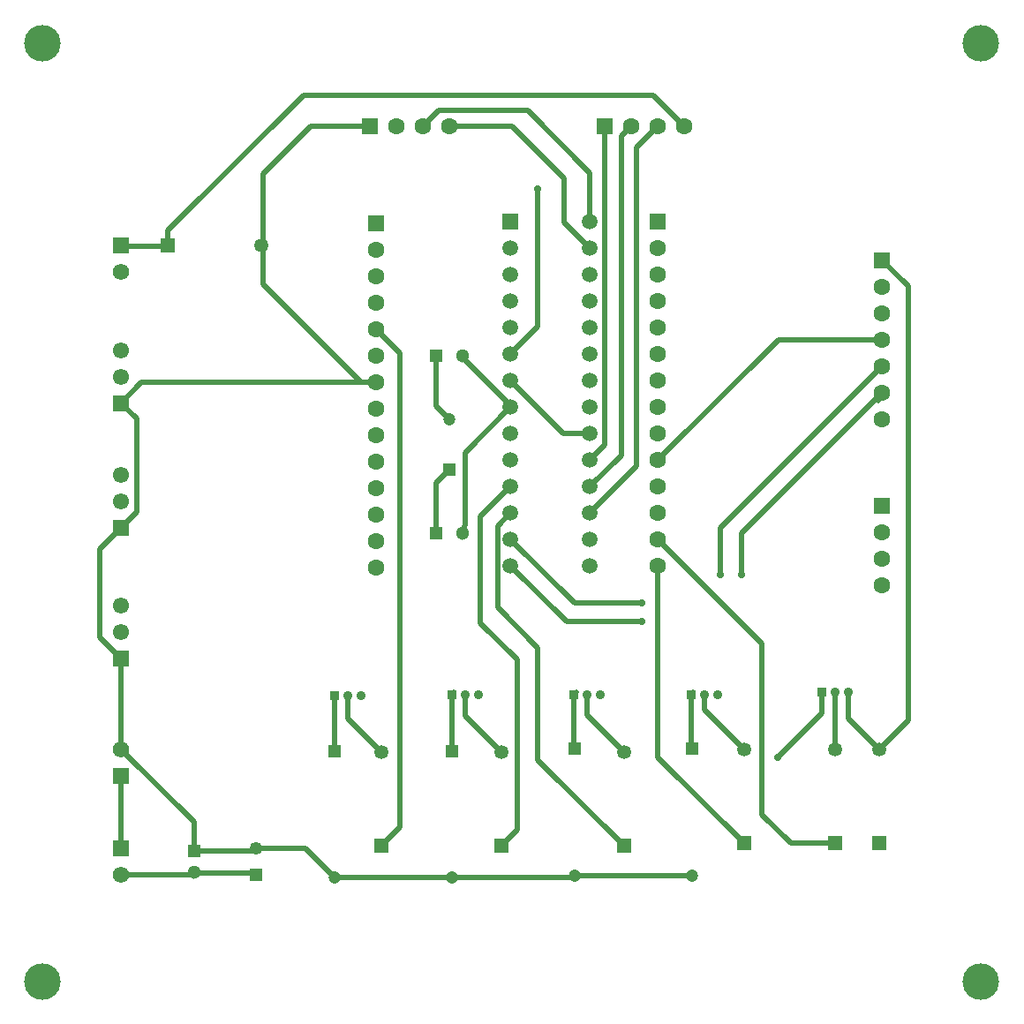
<source format=gbr>
%FSTAX23Y23*%
%MOIN*%
%SFA1B1*%

%IPPOS*%
%ADD10C,0.019685*%
%ADD11R,0.047244X0.047244*%
%ADD12C,0.047244*%
%ADD13C,0.035433*%
%ADD14C,0.062992*%
%ADD15R,0.062992X0.062992*%
%ADD16C,0.051181*%
%ADD17R,0.051181X0.051181*%
%ADD18R,0.059055X0.059055*%
%ADD19C,0.059055*%
%ADD20C,0.053150*%
%ADD21R,0.053150X0.053150*%
%ADD22R,0.061811X0.061811*%
%ADD23C,0.061811*%
%ADD24C,0.061024*%
%ADD25R,0.061024X0.061024*%
%ADD26R,0.053150X0.053150*%
%ADD27R,0.035433X0.035433*%
%ADD28R,0.062992X0.062992*%
%ADD29R,0.051181X0.051181*%
%ADD30C,0.049212*%
%ADD31R,0.049212X0.049212*%
%ADD32C,0.027559*%
%ADD33C,0.137795*%
%LNlamp_copper_signal_top-1*%
%LPD*%
G54D10*
X02066Y01033D02*
Y01456D01*
Y01033D02*
X02391Y00708D01*
X01914Y01609D02*
X02066Y01456D01*
X0185Y0155D02*
X01988Y01413D01*
X01929Y00708D02*
X01988Y00767D01*
Y01413*
X01545Y00777D02*
Y02568D01*
X01456Y02657D02*
X01545Y02568D01*
X01476Y00708D02*
X01545Y00777D01*
X01963Y01765D02*
X02174Y01555D01*
X0246*
X01963Y01865D02*
X02205Y01624D01*
X0246*
X01682Y01889D02*
Y02078D01*
X01732Y02128*
X02263Y02165D02*
X02319Y02221D01*
Y03425*
X014Y02457D02*
X01448D01*
X0103Y02828D02*
X014Y02457D01*
X01448D02*
X01456D01*
X0103Y02828D02*
Y02965D01*
X00569Y02457D02*
X014D01*
X01025Y02969D02*
X0103Y02965D01*
X01025Y02969D02*
X0103D01*
Y03245*
X0121Y03425*
X01433*
X00669Y02972D02*
Y03031D01*
X00493Y02972D02*
X00669D01*
Y03031D02*
X01181Y03543D01*
X00492Y02974D02*
X00493Y02972D01*
X01181Y03543D02*
X02501D01*
X01741Y01066D02*
Y01279D01*
Y01066D02*
X01742Y01066D01*
X01741Y01279D02*
X01741Y01279D01*
X01914Y01609D02*
Y01915D01*
X01963Y01965*
X01782Y01889D02*
X01788Y01895D01*
X01791Y01917D02*
Y02192D01*
X01963Y02365*
X01788Y01895D02*
Y01914D01*
X01791Y01917*
X0185Y01951D02*
X01963Y02065D01*
X0185Y0155D02*
Y01951D01*
X01692Y03484D02*
X02027D01*
X02263Y03248*
Y03065D02*
Y03248D01*
X02165Y03063D02*
Y03228D01*
X01968Y03425D02*
X02165Y03228D01*
Y03063D02*
X02263Y02965D01*
X01733Y03425D02*
X01968D01*
X02066Y02668D02*
Y03188D01*
X01963Y02565D02*
X02066Y02668D01*
X02501Y03543D02*
X02619Y03425D01*
X01633D02*
X01692Y03484D01*
X02381Y02183D02*
Y03387D01*
X0244Y02142D02*
Y03346D01*
X02519Y03425*
X02381Y03387D02*
X02419Y03425D01*
X02263Y02065D02*
X02381Y02183D01*
X02263Y01965D02*
X0244Y02142D01*
X02163Y02265D02*
X02263D01*
X01963Y02465D02*
X02163Y02265D01*
X02972Y01043D02*
X03138Y01209D01*
X02972Y01043D02*
D01*
X03138Y01209D02*
Y01289D01*
X02913Y00826D02*
X03021Y00718D01*
X02913Y00826D02*
Y01471D01*
X02519Y01865D02*
X02913Y01471D01*
X03021Y00718D02*
X03188D01*
X02519Y01043D02*
Y01765D01*
Y01043D02*
X02844Y00718D01*
X02834Y01732D02*
Y01888D01*
X03366Y02419*
X02755Y01909D02*
X03366Y02519D01*
X02755Y01732D02*
Y01909D01*
X01782Y02552D02*
X01963Y02371D01*
Y02365D02*
Y02371D01*
X01782Y02552D02*
Y02559D01*
X02646Y01279D02*
X02653Y01287D01*
Y0129*
X02203Y01279D02*
X02211Y01287D01*
Y0129*
X03363Y01788D02*
X03366Y01791D01*
X01741Y01279D02*
X01749Y01287D01*
X03351Y02393D02*
X03366Y02407D01*
X03351Y02387D02*
Y02393D01*
X03366Y02407D02*
Y02419D01*
X03464Y01181D02*
Y02821D01*
X03356Y01072D02*
X03464Y01181D01*
X03366Y02919D02*
X03464Y02821D01*
X02519Y02165D02*
X02974Y02619D01*
X03366*
X00413Y01494D02*
X00492Y01415D01*
X00413Y0183D02*
X00492Y01909D01*
X00413Y01494D02*
Y0183D01*
X01841Y01279D02*
Y01282D01*
X01299Y00587D02*
X01742D01*
X01187Y00698D02*
X01299Y00587D01*
X01682Y0237D02*
Y02559D01*
Y0237D02*
X01732Y0232D01*
X00492Y0238D02*
X00569Y02457D01*
X03238Y0119D02*
X03356Y01072D01*
X03238Y0119D02*
Y01289D01*
X03188Y01072D02*
Y01289D01*
X02696Y01221D02*
X02844Y01072D01*
X02696Y01221D02*
Y01279D01*
X02646D02*
X02646Y01278D01*
Y01077D02*
X02647Y01076D01*
X02646Y01077D02*
Y01278D01*
X02253Y01201D02*
Y01279D01*
Y01201D02*
X02391Y01062D01*
X02203Y01279D02*
X02203Y01278D01*
Y01077D02*
Y01278D01*
Y01077D02*
X02204Y01076D01*
X01791Y012D02*
X01929Y01062D01*
X01791Y012D02*
Y01279D01*
X0135Y01188D02*
Y01275D01*
Y01188D02*
X01476Y01062D01*
X01299Y01067D02*
Y01275D01*
X01299Y01066D02*
X01299Y01067D01*
Y01275D02*
X013Y01275D01*
X00492Y01909D02*
X00551Y01968D01*
Y02321*
X00492Y0238D02*
X00551Y02321D01*
X00492Y01073D02*
Y01415D01*
X02204Y00596D02*
X02647D01*
X01742Y00587D02*
X02187D01*
X02197Y00596*
X02204*
X01003Y00698D02*
X01187D01*
X00995D02*
X01003D01*
X00767Y00688D02*
X00986D01*
X00995Y00698*
X00767Y00688D02*
Y00798D01*
X00492Y01073D02*
X00767Y00798D01*
X00492Y00699D02*
Y00973D01*
X00772Y00605D02*
X00999D01*
X01003Y006*
X00767Y0061D02*
X00772Y00605D01*
X00748Y00599D02*
X00759Y0061D01*
X00492Y00599D02*
X00748D01*
X00759Y0061D02*
X00767D01*
G54D11*
X02647Y01076D03*
X01732Y02128D03*
X01299Y01066D03*
X01742D03*
X02204Y01076D03*
G54D12*
X02647Y00596D03*
X01732Y0232D03*
X01299Y00587D03*
X01742D03*
X02204Y00596D03*
G54D13*
X03238Y01289D03*
X03188D03*
X0135Y01275D03*
X014D03*
X01791Y01279D03*
X01841D03*
X02696D03*
X02746D03*
X02253D03*
X02303D03*
G54D14*
X03366Y02319D03*
Y02419D03*
Y02619D03*
Y02819D03*
Y02719D03*
Y02519D03*
Y01891D03*
Y01791D03*
Y01691D03*
X01733Y03425D03*
X01633D03*
X01533D03*
X02519Y01965D03*
Y02065D03*
Y02165D03*
Y02365D03*
Y02465D03*
Y02665D03*
Y02865D03*
Y02965D03*
Y02765D03*
Y02565D03*
Y02265D03*
Y01865D03*
Y01765D03*
X01456Y01957D03*
Y02057D03*
Y02157D03*
Y02357D03*
Y02457D03*
Y02657D03*
Y02857D03*
Y02957D03*
Y02757D03*
Y02557D03*
Y02257D03*
Y01857D03*
Y01757D03*
X02619Y03425D03*
X02519D03*
X02419D03*
G54D15*
X03366Y02919D03*
Y01991D03*
X02519Y03065D03*
X01456Y03057D03*
G54D16*
X01782Y01889D03*
Y02559D03*
X00767Y0061D03*
G54D17*
X01682Y01889D03*
Y02559D03*
G54D18*
X01963Y03065D03*
G54D19*
X01963Y02965D03*
Y02865D03*
Y02765D03*
Y02665D03*
Y02565D03*
Y02465D03*
Y02365D03*
Y02265D03*
Y02165D03*
Y02065D03*
Y01965D03*
Y01865D03*
Y01765D03*
X02263Y03065D03*
Y02965D03*
Y02865D03*
Y02765D03*
Y02665D03*
Y02565D03*
Y02465D03*
Y02365D03*
Y02265D03*
Y02165D03*
Y02065D03*
Y01965D03*
Y01865D03*
Y01765D03*
G54D20*
X01023Y02976D03*
X03188Y01072D03*
X03356D03*
X01476Y01062D03*
X01929D03*
X02844Y01072D03*
X02391Y01062D03*
G54D21*
X00669Y02976D03*
G54D22*
X00492Y02974D03*
Y00973D03*
Y00699D03*
G54D23*
X00492Y02874D03*
Y01073D03*
Y00599D03*
G54D24*
X00492Y0258D03*
Y0248D03*
Y02109D03*
Y02009D03*
Y01615D03*
Y01515D03*
G54D25*
X00492Y0238D03*
Y01909D03*
Y01415D03*
G54D26*
X03188Y00718D03*
X03356D03*
X01476Y00708D03*
X01929D03*
X02844Y00718D03*
X02391Y00708D03*
G54D27*
X013Y01275D03*
X03138Y01289D03*
X01741Y01279D03*
X02646D03*
X02203D03*
G54D28*
X01433Y03425D03*
X02319D03*
G54D29*
X00767Y00688D03*
G54D30*
X01003Y00698D03*
G54D31*
X01003Y006D03*
G54D32*
X0246Y01555D03*
Y01624D03*
X02066Y03188D03*
X02972Y01043D03*
X02834Y01732D03*
X02755D03*
G54D33*
X00196Y0374D03*
Y00196D03*
X0374D03*
Y0374D03*
M02*
</source>
